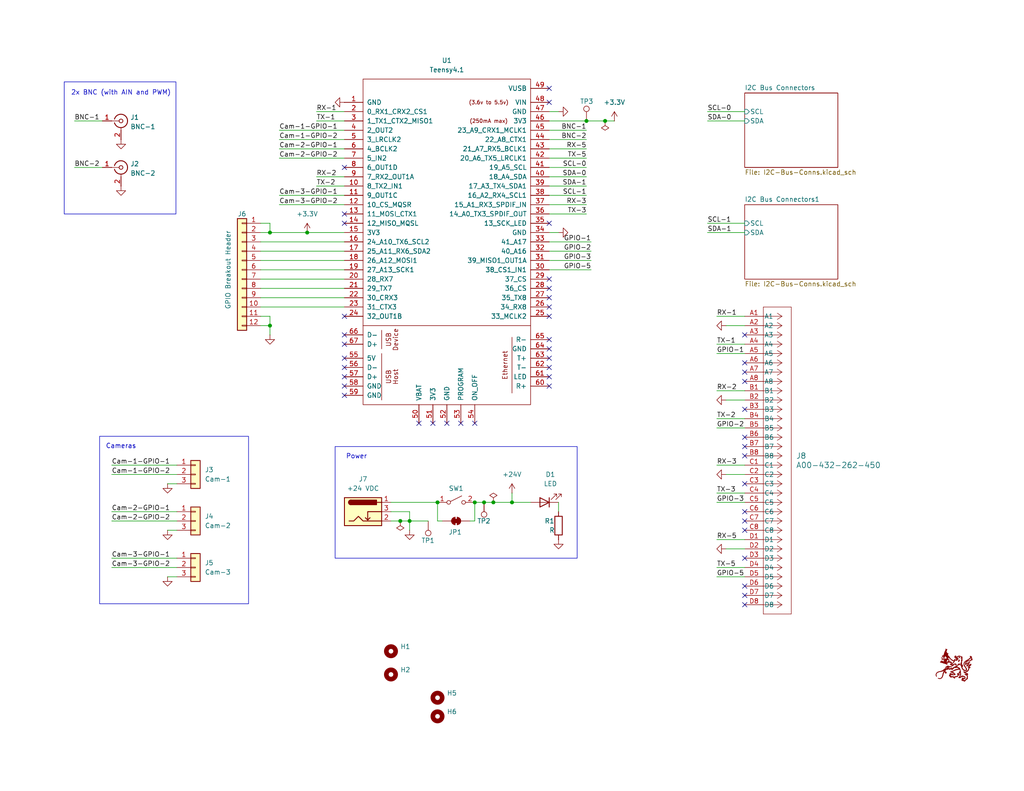
<source format=kicad_sch>
(kicad_sch (version 20250114) (generator "eeschema") (generator_version "9.0")
  (paper "USLetter")
  (title_block (title "Datta Lab Humidity Chamber Controller") (date "2026-01-07") (rev "1.0") (company "HMS Research Instrumentation Core"))
  (lib_symbols
    (symbol "Connector:Barrel_Jack_Switch" (pin_names (hide yes))
      (property "Reference" "J" (at 0 5.334 0))
      (property "Value" "Barrel_Jack_Switch" (at 0 -5.08 0))
      (symbol "Barrel_Jack_Switch_1_1"
        (pin passive line (at 7.62 2.54 180) (length 2.54) (name "~") (number "1"))
        (pin passive line (at 7.62 0 180) (length 2.54) (name "~") (number "3"))
        (pin passive line (at 7.62 -2.54 180) (length 2.54) (name "~") (number "2"))
      )
    )
    (symbol "Connector:Conn_Coaxial" (pin_names (offset 1.016) (hide yes))
      (property "Reference" "J" (at 0.254 3.048 0))
      (property "Value" "Conn_Coaxial" (at 2.921 0 90))
      (symbol "Conn_Coaxial_1_1"
        (pin passive line (at -5.08 0 0) (length 2.54) (name "In") (number "1"))
        (pin passive line (at 0 -5.08 90) (length 2.54) (name "Ext") (number "2"))
      )
    )
    (symbol "Connector:TestPoint" (pin_numbers (hide yes)) (pin_names (offset 0.762) (hide yes))
      (property "Reference" "TP" (at 0 6.858 0))
      (property "Value" "TestPoint" (at 0 5.08 0))
      (symbol "TestPoint_1_1"
        (pin passive line (at 0 0 90) (length 2.54) (name "1") (number "1"))
      )
    )
    (symbol "Connector_Generic:Conn_01x03" (pin_names (offset 1.016) (hide yes))
      (property "Reference" "J" (at 0 5.08 0))
      (property "Value" "Conn_01x03" (at 0 -5.08 0))
      (symbol "Conn_01x03_1_1"
        (pin passive line (at -5.08 2.54 0) (length 3.81) (name "Pin_1") (number "1"))
        (pin passive line (at -5.08 0 0) (length 3.81) (name "Pin_2") (number "2"))
        (pin passive line (at -5.08 -2.54 0) (length 3.81) (name "Pin_3") (number "3"))
      )
    )
    (symbol "Connector_Generic:Conn_01x12" (pin_names (offset 1.016) (hide yes))
      (property "Reference" "J" (at 0 15.24 0))
      (property "Value" "Conn_01x12" (at 0 -17.78 0))
      (symbol "Conn_01x12_1_1"
        (pin passive line (at -5.08 12.7 0) (length 3.81) (name "Pin_1") (number "1"))
        (pin passive line (at -5.08 10.16 0) (length 3.81) (name "Pin_2") (number "2"))
        (pin passive line (at -5.08 7.62 0) (length 3.81) (name "Pin_3") (number "3"))
        (pin passive line (at -5.08 5.08 0) (length 3.81) (name "Pin_4") (number "4"))
        (pin passive line (at -5.08 2.54 0) (length 3.81) (name "Pin_5") (number "5"))
        (pin passive line (at -5.08 0 0) (length 3.81) (name "Pin_6") (number "6"))
        (pin passive line (at -5.08 -2.54 0) (length 3.81) (name "Pin_7") (number "7"))
        (pin passive line (at -5.08 -5.08 0) (length 3.81) (name "Pin_8") (number "8"))
        (pin passive line (at -5.08 -7.62 0) (length 3.81) (name "Pin_9") (number "9"))
        (pin passive line (at -5.08 -10.16 0) (length 3.81) (name "Pin_10") (number "10"))
        (pin passive line (at -5.08 -12.7 0) (length 3.81) (name "Pin_11") (number "11"))
        (pin passive line (at -5.08 -15.24 0) (length 3.81) (name "Pin_12") (number "12"))
      )
    )
    (symbol "Device:LED" (pin_numbers (hide yes)) (pin_names (offset 1.016) (hide yes))
      (property "Reference" "D" (at 0 2.54 0))
      (property "Value" "LED" (at 0 -2.54 0))
      (symbol "LED_1_1"
        (pin passive line (at -3.81 0 0) (length 2.54) (name "K") (number "1"))
        (pin passive line (at 3.81 0 180) (length 2.54) (name "A") (number "2"))
      )
    )
    (symbol "Device:R" (pin_numbers (hide yes)) (pin_names (offset 0))
      (property "Reference" "R" (at 2.032 0 90))
      (property "Value" "R" (at 0 0 90))
      (symbol "R_1_1"
        (pin passive line (at 0 3.81 270) (length 1.27) (name "~") (number "1"))
        (pin passive line (at 0 -3.81 90) (length 1.27) (name "~") (number "2"))
      )
    )
    (symbol "Jumper:SolderJumper_2_Bridged" (pin_numbers (hide yes)) (pin_names (offset 0) (hide yes)) (exclude_from_sim yes) (in_bom no)
      (property "Reference" "JP" (at 0 2.032 0))
      (property "Value" "SolderJumper_2_Bridged" (at 0 -2.54 0))
      (symbol "SolderJumper_2_Bridged_1_1"
        (pin passive line (at -3.81 0 0) (length 2.54) (name "A") (number "1"))
        (pin passive line (at 3.81 0 180) (length 2.54) (name "B") (number "2"))
      )
    )
    (symbol "Mechanical:MountingHole" (pin_names (offset 1.016)) (exclude_from_sim yes) (in_bom no)
      (property "Reference" "H" (at 0 5.08 0))
      (property "Value" "MountingHole" (at 0 3.175 0))
    )
    (symbol "RIC_Logo:RIC_Logo" (pin_names (offset 1.016)))
    (symbol "RJ45_x4:A00-432-262-450" (pin_names (offset 0.254))
      (property "Reference" "J" (at 8.89 6.35 0))
      (property "Value" "A00-432-262-450" (at 0 0 0))
      (symbol "A00-432-262-450_1_1"
        (pin unspecified line (at 0 0 0) (length 5.08) (name "A1") (number "A1"))
        (pin unspecified line (at 0 -2.54 0) (length 5.08) (name "A2") (number "A2"))
        (pin unspecified line (at 0 -5.08 0) (length 5.08) (name "A3") (number "A3"))
        (pin unspecified line (at 0 -7.62 0) (length 5.08) (name "A4") (number "A4"))
        (pin unspecified line (at 0 -10.16 0) (length 5.08) (name "A5") (number "A5"))
        (pin unspecified line (at 0 -12.7 0) (length 5.08) (name "A6") (number "A6"))
        (pin unspecified line (at 0 -15.24 0) (length 5.08) (name "A7") (number "A7"))
        (pin unspecified line (at 0 -17.78 0) (length 5.08) (name "A8") (number "A8"))
        (pin unspecified line (at 0 -20.32 0) (length 5.08) (name "B1") (number "B1"))
        (pin unspecified line (at 0 -22.86 0) (length 5.08) (name "B2") (number "B2"))
        (pin unspecified line (at 0 -25.4 0) (length 5.08) (name "B3") (number "B3"))
        (pin unspecified line (at 0 -27.94 0) (length 5.08) (name "B4") (number "B4"))
        (pin unspecified line (at 0 -30.48 0) (length 5.08) (name "B5") (number "B5"))
        (pin unspecified line (at 0 -33.02 0) (length 5.08) (name "B6") (number "B6"))
        (pin unspecified line (at 0 -35.56 0) (length 5.08) (name "B7") (number "B7"))
        (pin unspecified line (at 0 -38.1 0) (length 5.08) (name "B8") (number "B8"))
        (pin unspecified line (at 0 -40.64 0) (length 5.08) (name "C1") (number "C1"))
        (pin unspecified line (at 0 -43.18 0) (length 5.08) (name "C2") (number "C2"))
        (pin unspecified line (at 0 -45.72 0) (length 5.08) (name "C3") (number "C3"))
        (pin unspecified line (at 0 -48.26 0) (length 5.08) (name "C4") (number "C4"))
        (pin unspecified line (at 0 -50.8 0) (length 5.08) (name "C5") (number "C5"))
        (pin unspecified line (at 0 -53.34 0) (length 5.08) (name "C6") (number "C6"))
        (pin unspecified line (at 0 -55.88 0) (length 5.08) (name "C7") (number "C7"))
        (pin unspecified line (at 0 -58.42 0) (length 5.08) (name "C8") (number "C8"))
        (pin unspecified line (at 0 -60.96 0) (length 5.08) (name "D1") (number "D1"))
        (pin unspecified line (at 0 -63.5 0) (length 5.08) (name "D2") (number "D2"))
        (pin unspecified line (at 0 -66.04 0) (length 5.08) (name "D3") (number "D3"))
        (pin unspecified line (at 0 -68.58 0) (length 5.08) (name "D4") (number "D4"))
        (pin unspecified line (at 0 -71.12 0) (length 5.08) (name "D5") (number "D5"))
        (pin unspecified line (at 0 -73.66 0) (length 5.08) (name "D6") (number "D6"))
        (pin unspecified line (at 0 -76.2 0) (length 5.08) (name "D7") (number "D7"))
        (pin unspecified line (at 0 -78.74 0) (length 5.08) (name "D8") (number "D8"))
      )
      (symbol "A00-432-262-450_1_2"
        (pin unspecified line (at 0 0 0) (length 5.08) (name "A1") (number "A1"))
        (pin unspecified line (at 0 -2.54 0) (length 5.08) (name "A2") (number "A2"))
        (pin unspecified line (at 0 -5.08 0) (length 5.08) (name "A3") (number "A3"))
        (pin unspecified line (at 0 -7.62 0) (length 5.08) (name "A4") (number "A4"))
        (pin unspecified line (at 0 -10.16 0) (length 5.08) (name "A5") (number "A5"))
        (pin unspecified line (at 0 -12.7 0) (length 5.08) (name "A6") (number "A6"))
        (pin unspecified line (at 0 -15.24 0) (length 5.08) (name "A7") (number "A7"))
        (pin unspecified line (at 0 -17.78 0) (length 5.08) (name "A8") (number "A8"))
        (pin unspecified line (at 0 -20.32 0) (length 5.08) (name "B1") (number "B1"))
        (pin unspecified line (at 0 -22.86 0) (length 5.08) (name "B2") (number "B2"))
        (pin unspecified line (at 0 -25.4 0) (length 5.08) (name "B3") (number "B3"))
        (pin unspecified line (at 0 -27.94 0) (length 5.08) (name "B4") (number "B4"))
        (pin unspecified line (at 0 -30.48 0) (length 5.08) (name "B5") (number "B5"))
        (pin unspecified line (at 0 -33.02 0) (length 5.08) (name "B6") (number "B6"))
        (pin unspecified line (at 0 -35.56 0) (length 5.08) (name "B7") (number "B7"))
        (pin unspecified line (at 0 -38.1 0) (length 5.08) (name "B8") (number "B8"))
        (pin unspecified line (at 0 -40.64 0) (length 5.08) (name "C1") (number "C1"))
        (pin unspecified line (at 0 -43.18 0) (length 5.08) (name "C2") (number "C2"))
        (pin unspecified line (at 0 -45.72 0) (length 5.08) (name "C3") (number "C3"))
        (pin unspecified line (at 0 -48.26 0) (length 5.08) (name "C4") (number "C4"))
        (pin unspecified line (at 0 -50.8 0) (length 5.08) (name "C5") (number "C5"))
        (pin unspecified line (at 0 -53.34 0) (length 5.08) (name "C6") (number "C6"))
        (pin unspecified line (at 0 -55.88 0) (length 5.08) (name "C7") (number "C7"))
        (pin unspecified line (at 0 -58.42 0) (length 5.08) (name "C8") (number "C8"))
        (pin unspecified line (at 0 -60.96 0) (length 5.08) (name "D1") (number "D1"))
        (pin unspecified line (at 0 -63.5 0) (length 5.08) (name "D2") (number "D2"))
        (pin unspecified line (at 0 -66.04 0) (length 5.08) (name "D3") (number "D3"))
        (pin unspecified line (at 0 -68.58 0) (length 5.08) (name "D4") (number "D4"))
        (pin unspecified line (at 0 -71.12 0) (length 5.08) (name "D5") (number "D5"))
        (pin unspecified line (at 0 -73.66 0) (length 5.08) (name "D6") (number "D6"))
        (pin unspecified line (at 0 -76.2 0) (length 5.08) (name "D7") (number "D7"))
        (pin unspecified line (at 0 -78.74 0) (length 5.08) (name "D8") (number "D8"))
      )
    )
    (symbol "Switch:SW_SPST" (pin_names (offset 0) (hide yes))
      (property "Reference" "SW" (at 0 3.175 0))
      (property "Value" "SW_SPST" (at 0 -2.54 0))
      (symbol "SW_SPST_1_1"
        (pin passive line (at -5.08 0 0) (length 2.54) (name "A") (number "1"))
        (pin passive line (at 5.08 0 180) (length 2.54) (name "B") (number "2"))
      )
    )
    (symbol "power:+24V" (power) (pin_numbers (hide yes)) (pin_names (offset 0) (hide yes))
      (property "Value" "+24V" (at 0 3.556 0))
      (symbol "+24V_1_1"
        (pin power_in line (at 0 0 90) (length 0) (name "~") (number "1"))
      )
    )
    (symbol "power:+3.3V" (power) (pin_numbers (hide yes)) (pin_names (offset 0) (hide yes))
      (property "Value" "+3.3V" (at 0 3.556 0))
      (symbol "+3.3V_1_1"
        (pin power_in line (at 0 0 90) (length 0) (name "~") (number "1"))
      )
    )
    (symbol "power:GND" (power) (pin_numbers (hide yes)) (pin_names (offset 0) (hide yes))
      (property "Value" "GND" (at 0 -3.81 0))
      (symbol "GND_1_1"
        (pin power_in line (at 0 0 270) (length 0) (name "~") (number "1"))
      )
    )
    (symbol "power:PWR_FLAG" (power) (pin_numbers (hide yes)) (pin_names (offset 0) (hide yes))
      (property "Value" "PWR_FLAG" (at 0 3.81 0))
      (symbol "PWR_FLAG_0_0"
        (pin power_out line (at 0 0 90) (length 0) (name "~") (number "1"))
      )
    )
    (symbol "teensy:Teensy4.1" (pin_names (offset 1.016))
      (property "Reference" "U" (at 0 64.77 0))
      (property "Value" "Teensy4.1" (at 0 62.23 0))
      (symbol "Teensy4.1_0_0"
        (text "USB" (at -15.875 -10.16 900) (effects (font (size 1.27 1.27))))
        (text "USB" (at -15.875 -20.32 900) (effects (font (size 1.27 1.27))))
        (text "Device" (at -13.97 -10.16 900) (effects (font (size 1.27 1.27))))
        (text "Host" (at -13.97 -20.32 900) (effects (font (size 1.27 1.27))))
        (text "(3.6v to 5.5v)" (at 11.43 54.61 0) (effects (font (size 1.016 1.016))))
        (text "(250mA max)" (at 11.43 49.53 0) (effects (font (size 1.016 1.016))))
        (text "Ethernet" (at 15.875 -17.145 900) (effects (font (size 1.27 1.27))))
        (pin bidirectional line (at -27.94 44.45 0) (length 5.08) (name "3_LRCLK2") (number "5"))
        (pin bidirectional line (at -27.94 41.91 0) (length 5.08) (name "4_BCLK2") (number "6"))
        (pin bidirectional line (at -27.94 39.37 0) (length 5.08) (name "5_IN2") (number "7"))
        (pin bidirectional line (at -27.94 36.83 0) (length 5.08) (name "6_OUT1D") (number "8"))
        (pin bidirectional line (at -27.94 34.29 0) (length 5.08) (name "7_RX2_OUT1A") (number "9"))
        (pin bidirectional line (at -27.94 31.75 0) (length 5.08) (name "8_TX2_IN1") (number "10"))
        (pin bidirectional line (at -27.94 29.21 0) (length 5.08) (name "9_OUT1C") (number "11"))
        (pin bidirectional line (at -27.94 26.67 0) (length 5.08) (name "10_CS_MQSR") (number "12"))
        (pin bidirectional line (at -27.94 24.13 0) (length 5.08) (name "11_MOSI_CTX1") (number "13"))
        (pin bidirectional line (at -27.94 21.59 0) (length 5.08) (name "12_MISO_MQSL") (number "14"))
        (pin power_in line (at -27.94 19.05 0) (length 5.08) (name "3V3") (number "15"))
        (pin bidirectional line (at -27.94 16.51 0) (length 5.08) (name "24_A10_TX6_SCL2") (number "16"))
        (pin bidirectional line (at -27.94 13.97 0) (length 5.08) (name "25_A11_RX6_SDA2") (number "17"))
        (pin bidirectional line (at -27.94 11.43 0) (length 5.08) (name "26_A12_MOSI1") (number "18"))
        (pin bidirectional line (at -27.94 8.89 0) (length 5.08) (name "27_A13_SCK1") (number "19"))
        (pin bidirectional line (at -27.94 6.35 0) (length 5.08) (name "28_RX7") (number "20"))
        (pin bidirectional line (at -27.94 3.81 0) (length 5.08) (name "29_TX7") (number "21"))
        (pin bidirectional line (at -27.94 1.27 0) (length 5.08) (name "30_CRX3") (number "22"))
        (pin bidirectional line (at -27.94 -1.27 0) (length 5.08) (name "31_CTX3") (number "23"))
        (pin bidirectional line (at -27.94 -3.81 0) (length 5.08) (name "32_OUT1B") (number "24"))
        (pin bidirectional line (at -27.94 -8.89 0) (length 5.08) (name "D-") (number "66"))
        (pin bidirectional line (at -27.94 -11.43 0) (length 5.08) (name "D+") (number "67"))
        (pin power_out line (at -27.94 -15.24 0) (length 5.08) (name "5V") (number "55"))
        (pin bidirectional line (at -27.94 -17.78 0) (length 5.08) (name "D-") (number "56"))
        (pin bidirectional line (at -27.94 -20.32 0) (length 5.08) (name "D+") (number "57"))
        (pin power_in line (at -27.94 -22.86 0) (length 5.08) (name "GND") (number "58"))
        (pin power_in line (at -27.94 -25.4 0) (length 5.08) (name "GND") (number "59"))
        (pin power_in line (at -7.62 -33.02 90) (length 5.08) (name "VBAT") (number "50"))
        (pin power_in line (at -3.81 -33.02 90) (length 5.08) (name "3V3") (number "51"))
        (pin input line (at 0 -33.02 90) (length 5.08) (name "GND") (number "52"))
        (pin input line (at 3.81 -33.02 90) (length 5.08) (name "PROGRAM") (number "53"))
        (pin input line (at 7.62 -33.02 90) (length 5.08) (name "ON_OFF") (number "54"))
        (pin power_out line (at 27.94 58.42 180) (length 5.08) (name "VUSB") (number "49"))
        (pin power_in line (at 27.94 54.61 180) (length 5.08) (name "VIN") (number "48"))
        (pin output line (at 27.94 52.07 180) (length 5.08) (name "GND") (number "47"))
        (pin output line (at 27.94 49.53 180) (length 5.08) (name "3V3") (number "46"))
        (pin bidirectional line (at 27.94 46.99 180) (length 5.08) (name "23_A9_CRX1_MCLK1") (number "45"))
        (pin bidirectional line (at 27.94 44.45 180) (length 5.08) (name "22_A8_CTX1") (number "44"))
        (pin bidirectional line (at 27.94 41.91 180) (length 5.08) (name "21_A7_RX5_BCLK1") (number "43"))
        (pin bidirectional line (at 27.94 39.37 180) (length 5.08) (name "20_A6_TX5_LRCLK1") (number "42"))
        (pin bidirectional line (at 27.94 36.83 180) (length 5.08) (name "19_A5_SCL") (number "41"))
        (pin bidirectional line (at 27.94 34.29 180) (length 5.08) (name "18_A4_SDA") (number "40"))
        (pin bidirectional line (at 27.94 31.75 180) (length 5.08) (name "17_A3_TX4_SDA1") (number "39"))
        (pin bidirectional line (at 27.94 29.21 180) (length 5.08) (name "16_A2_RX4_SCL1") (number "38"))
        (pin bidirectional line (at 27.94 26.67 180) (length 5.08) (name "15_A1_RX3_SPDIF_IN") (number "37"))
        (pin bidirectional line (at 27.94 24.13 180) (length 5.08) (name "14_A0_TX3_SPDIF_OUT") (number "36"))
        (pin bidirectional line (at 27.94 21.59 180) (length 5.08) (name "13_SCK_LED") (number "35"))
        (pin bidirectional line (at 27.94 16.51 180) (length 5.08) (name "41_A17") (number "33"))
        (pin bidirectional line (at 27.94 13.97 180) (length 5.08) (name "40_A16") (number "32"))
        (pin bidirectional line (at 27.94 11.43 180) (length 5.08) (name "39_MISO1_OUT1A") (number "31"))
        (pin bidirectional line (at 27.94 8.89 180) (length 5.08) (name "38_CS1_IN1") (number "30"))
        (pin bidirectional line (at 27.94 6.35 180) (length 5.08) (name "37_CS") (number "29"))
        (pin bidirectional line (at 27.94 3.81 180) (length 5.08) (name "36_CS") (number "28"))
        (pin bidirectional line (at 27.94 1.27 180) (length 5.08) (name "35_TX8") (number "27"))
        (pin bidirectional line (at 27.94 -1.27 180) (length 5.08) (name "34_RX8") (number "26"))
        (pin bidirectional line (at 27.94 -3.81 180) (length 5.08) (name "33_MCLK2") (number "25"))
        (pin bidirectional line (at 27.94 -10.16 180) (length 5.08) (name "R-") (number "65"))
        (pin power_in line (at 27.94 -12.7 180) (length 5.08) (name "GND") (number "64"))
        (pin bidirectional line (at 27.94 -15.24 180) (length 5.08) (name "T+") (number "63"))
        (pin bidirectional line (at 27.94 -17.78 180) (length 5.08) (name "T-") (number "62"))
        (pin bidirectional line (at 27.94 -20.32 180) (length 5.08) (name "LED") (number "61"))
        (pin bidirectional line (at 27.94 -22.86 180) (length 5.08) (name "R+") (number "60"))
      )
      (symbol "Teensy4.1_1_1"
        (pin power_in line (at -27.94 54.61 0) (length 5.08) (name "GND") (number "1"))
        (pin bidirectional line (at -27.94 52.07 0) (length 5.08) (name "0_RX1_CRX2_CS1") (number "2"))
        (pin bidirectional line (at -27.94 49.53 0) (length 5.08) (name "1_TX1_CTX2_MISO1") (number "3"))
        (pin bidirectional line (at -27.94 46.99 0) (length 5.08) (name "2_OUT2") (number "4"))
        (pin power_in line (at 27.94 19.05 180) (length 5.08) (name "GND") (number "34"))
      )
    )
  )
  (rectangle (start 17.526 22.352) (end 48.006 58.42))
  (rectangle (start 27.178 119.126) (end 67.818 164.846))
  (rectangle (start 91.44 121.92) (end 157.48 152.4))
  (text "Power" (at 97.282 124.714 0) (effects (font (size 1.27 1.27))))
  (text "Cameras" (at 33.02 121.92 0) (effects (font (size 1.27 1.27))))
  (text "2x BNC (with AIN and PWM)" (at 33.02 25.4 0) (effects (font (size 1.27 1.27))))
  (junction (at 129.54 137.16))
  (junction (at 134.62 137.16))
  (junction (at 73.66 63.5))
  (junction (at 160.02 33.02))
  (junction (at 165.1 33.02))
  (junction (at 119.38 137.16))
  (junction (at 73.66 88.9))
  (junction (at 111.76 142.24))
  (junction (at 83.82 63.5))
  (junction (at 132.08 137.16))
  (junction (at 109.22 142.24))
  (junction (at 139.7 137.16))
  (no_connect (at 93.98 105.41))
  (no_connect (at 203.2 165.1))
  (no_connect (at 149.86 97.79))
  (no_connect (at 149.86 100.33))
  (no_connect (at 149.86 60.96))
  (no_connect (at 93.98 102.87))
  (no_connect (at 118.11 115.57))
  (no_connect (at 149.86 92.71))
  (no_connect (at 203.2 124.46))
  (no_connect (at 121.92 115.57))
  (no_connect (at 203.2 101.6))
  (no_connect (at 93.98 97.79))
  (no_connect (at 149.86 81.28))
  (no_connect (at 114.3 115.57))
  (no_connect (at 93.98 107.95))
  (no_connect (at 149.86 83.82))
  (no_connect (at 203.2 142.24))
  (no_connect (at 93.98 86.36))
  (no_connect (at 203.2 144.78))
  (no_connect (at 149.86 24.13))
  (no_connect (at 129.54 115.57))
  (no_connect (at 93.98 100.33))
  (no_connect (at 203.2 139.7))
  (no_connect (at 149.86 95.25))
  (no_connect (at 203.2 152.4))
  (no_connect (at 203.2 99.06))
  (no_connect (at 93.98 93.98))
  (no_connect (at 203.2 160.02))
  (no_connect (at 203.2 132.08))
  (no_connect (at 203.2 91.44))
  (no_connect (at 125.73 115.57))
  (no_connect (at 149.86 78.74))
  (no_connect (at 93.98 45.72))
  (no_connect (at 203.2 162.56))
  (no_connect (at 203.2 104.14))
  (no_connect (at 149.86 76.2))
  (no_connect (at 149.86 86.36))
  (no_connect (at 203.2 119.38))
  (no_connect (at 149.86 27.94))
  (no_connect (at 149.86 105.41))
  (no_connect (at 93.98 91.44))
  (no_connect (at 149.86 102.87))
  (no_connect (at 93.98 58.42))
  (no_connect (at 93.98 60.96))
  (no_connect (at 203.2 121.92))
  (no_connect (at 203.2 111.76))
  (wire (pts (xy 139.7 137.16) (xy 139.7 134.62)))
  (wire (pts (xy 195.58 154.94) (xy 203.2 154.94)))
  (wire (pts (xy 106.68 139.7) (xy 111.76 139.7)))
  (wire (pts (xy 71.12 68.58) (xy 93.98 68.58)))
  (wire (pts (xy 149.86 66.04) (xy 161.29 66.04)))
  (wire (pts (xy 160.02 43.18) (xy 149.86 43.18)))
  (wire (pts (xy 20.32 45.72) (xy 27.94 45.72)))
  (wire (pts (xy 73.66 86.36) (xy 73.66 88.9)))
  (wire (pts (xy 195.58 96.52) (xy 203.2 96.52)))
  (wire (pts (xy 76.2 53.34) (xy 93.98 53.34)))
  (wire (pts (xy 149.86 73.66) (xy 161.29 73.66)))
  (wire (pts (xy 86.36 50.8) (xy 93.98 50.8)))
  (wire (pts (xy 71.12 83.82) (xy 93.98 83.82)))
  (wire (pts (xy 30.48 142.24) (xy 48.26 142.24)))
  (wire (pts (xy 71.12 73.66) (xy 93.98 73.66)))
  (wire (pts (xy 30.48 129.54) (xy 48.26 129.54)))
  (wire (pts (xy 109.22 142.24) (xy 111.76 142.24)))
  (wire (pts (xy 198.12 88.9) (xy 203.2 88.9)))
  (wire (pts (xy 149.86 33.02) (xy 160.02 33.02)))
  (wire (pts (xy 149.86 55.88) (xy 160.02 55.88)))
  (wire (pts (xy 160.02 48.26) (xy 149.86 48.26)))
  (wire (pts (xy 71.12 88.9) (xy 73.66 88.9)))
  (wire (pts (xy 149.86 40.64) (xy 160.02 40.64)))
  (wire (pts (xy 111.76 139.7) (xy 111.76 142.24)))
  (wire (pts (xy 139.7 137.16) (xy 144.78 137.16)))
  (wire (pts (xy 71.12 71.12) (xy 93.98 71.12)))
  (wire (pts (xy 160.02 33.02) (xy 165.1 33.02)))
  (wire (pts (xy 76.2 43.18) (xy 93.98 43.18)))
  (wire (pts (xy 129.54 137.16) (xy 132.08 137.16)))
  (wire (pts (xy 71.12 86.36) (xy 73.66 86.36)))
  (wire (pts (xy 73.66 63.5) (xy 73.66 60.96)))
  (wire (pts (xy 195.58 116.84) (xy 203.2 116.84)))
  (wire (pts (xy 149.86 38.1) (xy 160.02 38.1)))
  (wire (pts (xy 195.58 137.16) (xy 203.2 137.16)))
  (wire (pts (xy 71.12 76.2) (xy 93.98 76.2)))
  (wire (pts (xy 128.27 142.24) (xy 129.54 142.24)))
  (wire (pts (xy 195.58 147.32) (xy 203.2 147.32)))
  (wire (pts (xy 198.12 149.86) (xy 203.2 149.86)))
  (wire (pts (xy 160.02 45.72) (xy 149.86 45.72)))
  (wire (pts (xy 195.58 93.98) (xy 203.2 93.98)))
  (wire (pts (xy 76.2 40.64) (xy 93.98 40.64)))
  (wire (pts (xy 149.86 35.56) (xy 160.02 35.56)))
  (wire (pts (xy 198.12 129.54) (xy 203.2 129.54)))
  (wire (pts (xy 119.38 137.16) (xy 119.38 142.24)))
  (wire (pts (xy 152.4 137.16) (xy 152.4 139.7)))
  (wire (pts (xy 106.68 137.16) (xy 119.38 137.16)))
  (wire (pts (xy 71.12 66.04) (xy 93.98 66.04)))
  (wire (pts (xy 134.62 137.16) (xy 139.7 137.16)))
  (wire (pts (xy 193.04 60.96) (xy 203.2 60.96)))
  (wire (pts (xy 73.66 63.5) (xy 83.82 63.5)))
  (wire (pts (xy 73.66 91.44) (xy 73.66 88.9)))
  (wire (pts (xy 195.58 86.36) (xy 203.2 86.36)))
  (wire (pts (xy 119.38 142.24) (xy 120.65 142.24)))
  (wire (pts (xy 149.86 63.5) (xy 152.4 63.5)))
  (wire (pts (xy 111.76 142.24) (xy 116.84 142.24)))
  (wire (pts (xy 45.72 132.08) (xy 48.26 132.08)))
  (wire (pts (xy 86.36 30.48) (xy 93.98 30.48)))
  (wire (pts (xy 76.2 38.1) (xy 93.98 38.1)))
  (wire (pts (xy 195.58 134.62) (xy 203.2 134.62)))
  (wire (pts (xy 45.72 144.78) (xy 48.26 144.78)))
  (wire (pts (xy 71.12 81.28) (xy 93.98 81.28)))
  (wire (pts (xy 165.1 33.02) (xy 167.64 33.02)))
  (wire (pts (xy 193.04 30.48) (xy 203.2 30.48)))
  (wire (pts (xy 149.86 68.58) (xy 161.29 68.58)))
  (wire (pts (xy 76.2 35.56) (xy 93.98 35.56)))
  (wire (pts (xy 160.02 53.34) (xy 149.86 53.34)))
  (wire (pts (xy 129.54 142.24) (xy 129.54 137.16)))
  (wire (pts (xy 195.58 106.68) (xy 203.2 106.68)))
  (wire (pts (xy 106.68 142.24) (xy 109.22 142.24)))
  (wire (pts (xy 83.82 63.5) (xy 93.98 63.5)))
  (wire (pts (xy 195.58 157.48) (xy 203.2 157.48)))
  (wire (pts (xy 86.36 33.02) (xy 93.98 33.02)))
  (wire (pts (xy 71.12 78.74) (xy 93.98 78.74)))
  (wire (pts (xy 86.36 48.26) (xy 93.98 48.26)))
  (wire (pts (xy 193.04 63.5) (xy 203.2 63.5)))
  (wire (pts (xy 73.66 60.96) (xy 71.12 60.96)))
  (wire (pts (xy 149.86 71.12) (xy 161.29 71.12)))
  (wire (pts (xy 20.32 33.02) (xy 27.94 33.02)))
  (wire (pts (xy 76.2 55.88) (xy 93.98 55.88)))
  (wire (pts (xy 71.12 63.5) (xy 73.66 63.5)))
  (wire (pts (xy 198.12 109.22) (xy 203.2 109.22)))
  (wire (pts (xy 30.48 127) (xy 48.26 127)))
  (wire (pts (xy 30.48 139.7) (xy 48.26 139.7)))
  (wire (pts (xy 195.58 114.3) (xy 203.2 114.3)))
  (wire (pts (xy 132.08 137.16) (xy 134.62 137.16)))
  (wire (pts (xy 30.48 154.94) (xy 48.26 154.94)))
  (wire (pts (xy 111.76 142.24) (xy 111.76 144.78)))
  (wire (pts (xy 193.04 33.02) (xy 203.2 33.02)))
  (wire (pts (xy 195.58 127) (xy 203.2 127)))
  (wire (pts (xy 45.72 157.48) (xy 48.26 157.48)))
  (wire (pts (xy 149.86 58.42) (xy 160.02 58.42)))
  (wire (pts (xy 160.02 50.8) (xy 149.86 50.8)))
  (wire (pts (xy 149.86 30.48) (xy 152.4 30.48)))
  (wire (pts (xy 30.48 152.4) (xy 48.26 152.4)))
  (label "SCL-1" (at 193.04 60.96 0))
  (label "Cam-3-GPIO-2" (at 30.48 154.94 0))
  (label "GPIO-5" (at 161.29 73.66 180))
  (label "SCL-0" (at 193.04 30.48 0))
  (label "Cam-2-GPIO-2" (at 76.2 43.18 0))
  (label "RX-5" (at 160.02 40.64 180))
  (label "RX-3" (at 195.58 127 0))
  (label "GPIO-1" (at 161.29 66.04 180))
  (label "SDA-0" (at 160.02 48.26 180))
  (label "BNC-1" (at 160.02 35.56 180))
  (label "SCL-0" (at 160.02 45.72 180))
  (label "TX-3" (at 195.58 134.62 0))
  (label "TX-5" (at 195.58 154.94 0))
  (label "Cam-3-GPIO-1" (at 76.2 53.34 0))
  (label "TX-1" (at 86.36 33.02 0))
  (label "Cam-1-GPIO-2" (at 76.2 38.1 0))
  (label "RX-1" (at 86.36 30.48 0))
  (label "TX-2" (at 195.58 114.3 0))
  (label "TX-5" (at 160.02 43.18 180))
  (label "Cam-1-GPIO-1" (at 76.2 35.56 0))
  (label "RX-5" (at 195.58 147.32 0))
  (label "GPIO-3" (at 161.29 71.12 180))
  (label "GPIO-3" (at 195.58 137.16 0))
  (label "Cam-1-GPIO-1" (at 30.48 127 0))
  (label "SCL-1" (at 160.02 53.34 180))
  (label "Cam-2-GPIO-2" (at 30.48 142.24 0))
  (label "Cam-2-GPIO-1" (at 30.48 139.7 0))
  (label "Cam-3-GPIO-2" (at 76.2 55.88 0))
  (label "GPIO-2" (at 161.29 68.58 180))
  (label "Cam-2-GPIO-1" (at 76.2 40.64 0))
  (label "RX-2" (at 86.36 48.26 0))
  (label "SDA-1" (at 160.02 50.8 180))
  (label "BNC-2" (at 20.32 45.72 0))
  (label "RX-1" (at 195.58 86.36 0))
  (label "TX-1" (at 195.58 93.98 0))
  (label "GPIO-1" (at 195.58 96.52 0))
  (label "Cam-1-GPIO-2" (at 30.48 129.54 0))
  (label "SDA-1" (at 193.04 63.5 0))
  (label "SDA-0" (at 193.04 33.02 0))
  (label "TX-3" (at 160.02 58.42 180))
  (label "GPIO-5" (at 195.58 157.48 0))
  (label "RX-3" (at 160.02 55.88 180))
  (label "BNC-1" (at 20.32 33.02 0))
  (label "GPIO-2" (at 195.58 116.84 0))
  (label "Cam-3-GPIO-1" (at 30.48 152.4 0))
  (label "TX-2" (at 86.36 50.8 0))
  (label "BNC-2" (at 160.02 38.1 180))
  (label "RX-2" (at 195.58 106.68 0))
  (symbol (lib_id "power:GND") (at 33.02 38.1 0) (unit 1)
    (property "Reference" "#PWR01" (effects (hide yes)))
    (property "Value" "GND" (effects (hide yes)))
    (property "Description" "Power symbol creates a global label with name \"GND\" , ground" (effects (hide yes)))
  )
  (symbol (lib_id "Device:LED") (at 148.59 137.16 180) (unit 1)
    (property "Reference" "D1" (at 150.1775 129.54 0))
    (property "Value" "LED" (at 150.1775 132.08 0))
    (property "Footprint" "LED_THT:LED_D3.0mm" (effects (hide yes)))
    (property "Description" "Light emitting diode" (effects (hide yes)))
    (property "Sim.Pins" "1=K 2=A" (effects (hide yes)))
  )
  (symbol (lib_id "power:GND") (at 111.76 144.78 0) (unit 1)
    (property "Reference" "#PWR010" (effects (hide yes)))
    (property "Value" "GND" (effects (hide yes)))
    (property "Description" "Power symbol creates a global label with name \"GND\" , ground" (effects (hide yes)))
  )
  (symbol (lib_id "Connector:Conn_Coaxial") (at 33.02 33.02 0) (unit 1)
    (property "Reference" "J1" (at 35.56 32.0431 0) (effects (justify left)))
    (property "Value" "BNC-1" (at 35.56 34.5831 0) (effects (justify left)))
    (property "Footprint" "Connector_Coaxial:BNC_Amphenol_B6252HB-NPP3G-50_Horizontal" (effects (hide yes)))
    (property "Description" "coaxial connector (BNC, SMA, SMB, SMC, Cinch/RCA, LEMO, ...)" (effects (hide yes)))
  )
  (symbol (lib_id "teensy:Teensy4.1") (at 121.92 82.55 0) (unit 1)
    (property "Reference" "U1" (at 121.92 16.51 0))
    (property "Value" "Teensy4.1" (at 121.92 19.05 0))
    (property "Footprint" "teensy:Teensy41_noInternalPins" (effects (hide yes)))
  )
  (symbol (lib_id "Switch:SW_SPST") (at 124.46 137.16 0) (unit 1)
    (property "Reference" "SW1" (at 124.46 133.35 0))
    (property "Value" "500SSP1S1M6QEA" (effects (hide yes)))
    (property "Footprint" "OnOff_Switch:SW_500SSP1S1M6QEA" (effects (hide yes)))
    (property "Description" "E-Switch 500SSP1S1M6QEA (EG2478-ND)" (effects (hide yes)))
  )
  (symbol (lib_id "Connector:Barrel_Jack_Switch") (at 99.06 139.7 0) (unit 1)
    (property "Reference" "J7" (at 99.06 130.81 0))
    (property "Value" "+24 VDC" (at 99.06 133.35 0))
    (property "Footprint" "Connector_BarrelJack:BarrelJack_CUI_PJ-102AH_Horizontal" (effects (hide yes)))
    (property "Description" "DC Barrel Jack with an internal switch" (effects (hide yes)))
  )
  (symbol (lib_id "Connector:TestPoint") (at 132.08 137.16 180) (unit 1)
    (property "Reference" "TP2" (at 133.858 142.24 0) (effects (justify left)))
    (property "Value" "24V" (effects (hide yes)))
    (property "Footprint" "TestPoint:TestPoint_Loop_D1.80mm_Drill1.0mm_Beaded" (effects (hide yes)))
    (property "Description" "test point" (effects (hide yes)))
  )
  (symbol (lib_id "power:+3.3V") (at 167.64 33.02 0) (unit 1)
    (property "Reference" "#PWR015" (effects (hide yes)))
    (property "Value" "+3.3V" (at 167.64 27.94 0))
    (property "Description" "Power symbol creates a global label with name \"+3.3V\"" (effects (hide yes)))
  )
  (symbol (lib_id "Connector:Conn_Coaxial") (at 33.02 45.72 0) (unit 1)
    (property "Reference" "J2" (at 35.56 44.7431 0) (effects (justify left)))
    (property "Value" "BNC-2" (at 35.56 47.2831 0) (effects (justify left)))
    (property "Footprint" "Connector_Coaxial:BNC_Amphenol_B6252HB-NPP3G-50_Horizontal" (effects (hide yes)))
    (property "Description" "coaxial connector (BNC, SMA, SMB, SMC, Cinch/RCA, LEMO, ...)" (effects (hide yes)))
  )
  (symbol (lib_id "Mechanical:MountingHole") (at 106.68 184.15 0) (unit 1) (exclude_from_sim yes) (in_bom no)
    (property "Reference" "H2" (at 109.22 182.8799 0) (effects (justify left)))
    (property "Value" "MountingHole" (effects (hide yes)))
    (property "Footprint" "MountingHole:MountingHole_3.2mm_M3" (effects (hide yes)))
    (property "Description" "Mounting Hole without connection" (effects (hide yes)))
  )
  (symbol (lib_id "RIC_Logo:RIC_Logo") (at 260.35 181.61 0) (unit 1)
    (property "Reference" "G1" (effects (hide yes)))
    (property "Value" "RIC_Logo" (effects (hide yes)))
    (property "Footprint" "RIC Logo Footprints:RIC_Logo_15mm" (effects (hide yes)))
  )
  (symbol (lib_id "power:+24V") (at 139.7 134.62 0) (unit 1)
    (property "Reference" "#PWR011" (effects (hide yes)))
    (property "Value" "+24V" (at 139.7 129.54 0))
    (property "Description" "Power symbol creates a global label with name \"+24V\"" (effects (hide yes)))
  )
  (symbol (lib_id "Connector_Generic:Conn_01x03") (at 53.34 154.94 0) (unit 1)
    (property "Reference" "J5" (at 55.88 153.6699 0) (effects (justify left)))
    (property "Value" "Cam-3" (at 55.88 156.2099 0) (effects (justify left)))
    (property "Footprint" "Connector_PinSocket_2.54mm:PinSocket_1x03_P2.54mm_Vertical" (effects (hide yes)))
    (property "Description" "Generic connector, single row, 01x03, script generated (kicad-library-utils/schlib/autogen/connector/)" (effects (hide yes)))
  )
  (symbol (lib_id "power:PWR_FLAG") (at 165.1 33.02 180) (unit 1)
    (property "Reference" "#FLG03" (effects (hide yes)))
    (property "Value" "PWR_FLAG" (effects (hide yes)))
    (property "Description" "Special symbol for telling ERC where power comes from" (effects (hide yes)))
  )
  (symbol (lib_id "Device:R") (at 152.4 143.51 0) (unit 1)
    (property "Reference" "R1" (at 148.59 142.24 0) (effects (justify left)))
    (property "Value" "R" (at 149.86 144.78 0) (effects (justify left)))
    (property "Footprint" "Resistor_THT:R_Axial_DIN0207_L6.3mm_D2.5mm_P10.16mm_Horizontal" (effects (hide yes)))
    (property "Description" "Resistor" (effects (hide yes)))
  )
  (symbol (lib_id "power:PWR_FLAG") (at 134.62 137.16 0) (unit 1)
    (property "Reference" "#FLG02" (effects (hide yes)))
    (property "Value" "PWR_FLAG" (effects (hide yes)))
    (property "Description" "Special symbol for telling ERC where power comes from" (effects (hide yes)))
  )
  (symbol (lib_id "Connector_Generic:Conn_01x12") (at 66.04 73.66 0) (mirror y) (unit 1)
    (property "Reference" "J6" (at 66.04 58.42 0))
    (property "Value" "GPIO Breakout Header" (at 62.23 73.66 90))
    (property "Footprint" "Connector_PinHeader_2.54mm:PinHeader_1x12_P2.54mm_Vertical" (effects (hide yes)))
    (property "Description" "Generic connector, single row, 01x12, script generated (kicad-library-utils/schlib/autogen/connector/)" (effects (hide yes)))
  )
  (symbol (lib_id "Jumper:SolderJumper_2_Bridged") (at 124.46 142.24 0) (unit 1) (exclude_from_sim yes) (in_bom no)
    (property "Reference" "JP1" (at 124.206 145.288 0))
    (property "Value" "SolderJumper_2_Open" (effects (hide yes)))
    (property "Footprint" "Jumper:SolderJumper-2_P1.3mm_Bridged_RoundedPad1.0x1.5mm" (effects (hide yes)))
    (property "Description" "Solder Jumper, 2-pole, closed/bridged" (effects (hide yes)))
  )
  (symbol (lib_id "Mechanical:MountingHole") (at 119.38 195.58 0) (unit 1) (exclude_from_sim yes) (in_bom no)
    (property "Reference" "H6" (at 121.92 194.3099 0) (effects (justify left)))
    (property "Value" "MountingHole" (effects (hide yes)))
    (property "Footprint" "MountingHole:MountingHole_3.2mm_M3" (effects (hide yes)))
    (property "Description" "Mounting Hole without connection" (effects (hide yes)))
  )
  (symbol (lib_id "power:GND") (at 198.12 129.54 270) (unit 1)
    (property "Reference" "#PWR018" (effects (hide yes)))
    (property "Value" "GND" (effects (hide yes)))
    (property "Description" "Power symbol creates a global label with name \"GND\" , ground" (effects (hide yes)))
  )
  (symbol (lib_id "power:GND") (at 198.12 109.22 270) (unit 1)
    (property "Reference" "#PWR017" (effects (hide yes)))
    (property "Value" "GND" (effects (hide yes)))
    (property "Description" "Power symbol creates a global label with name \"GND\" , ground" (effects (hide yes)))
  )
  (symbol (lib_id "power:GND") (at 198.12 149.86 270) (unit 1)
    (property "Reference" "#PWR019" (effects (hide yes)))
    (property "Value" "GND" (effects (hide yes)))
    (property "Description" "Power symbol creates a global label with name \"GND\" , ground" (effects (hide yes)))
  )
  (symbol (lib_id "power:GND") (at 45.72 157.48 0) (unit 1)
    (property "Reference" "#PWR05" (effects (hide yes)))
    (property "Value" "GND" (effects (hide yes)))
    (property "Description" "Power symbol creates a global label with name \"GND\" , ground" (effects (hide yes)))
  )
  (symbol (lib_id "power:GND") (at 198.12 88.9 270) (unit 1)
    (property "Reference" "#PWR016" (effects (hide yes)))
    (property "Value" "GND" (effects (hide yes)))
    (property "Description" "Power symbol creates a global label with name \"GND\" , ground" (effects (hide yes)))
  )
  (symbol (lib_id "Mechanical:MountingHole") (at 119.38 190.5 0) (unit 1) (exclude_from_sim yes) (in_bom no)
    (property "Reference" "H5" (at 121.92 189.2299 0) (effects (justify left)))
    (property "Value" "MountingHole" (effects (hide yes)))
    (property "Footprint" "MountingHole:MountingHole_3.2mm_M3" (effects (hide yes)))
    (property "Description" "Mounting Hole without connection" (effects (hide yes)))
  )
  (symbol (lib_id "power:GND") (at 93.98 27.94 270) (unit 1)
    (property "Reference" "#PWR09" (effects (hide yes)))
    (property "Value" "GND" (effects (hide yes)))
    (property "Description" "Power symbol creates a global label with name \"GND\" , ground" (effects (hide yes)))
  )
  (symbol (lib_id "RJ45_x4:A00-432-262-450") (at 203.2 86.36 0) (unit 1)
    (property "Reference" "J8" (at 217.17 124.4599 0) (effects (font (size 1.524 1.524)) (justify left)))
    (property "Value" "A00-432-262-450" (at 217.17 126.9999 0) (effects (font (size 1.524 1.524)) (justify left)))
    (property "Footprint" "RJ45_x4:CONN_A00-432-262-450_EDA" (effects (hide yes)))
    (property "Datasheet" "A00-432-262-450" (effects (hide yes)))
  )
  (symbol (lib_id "power:PWR_FLAG") (at 109.22 142.24 180) (unit 1)
    (property "Reference" "#FLG01" (effects (hide yes)))
    (property "Value" "PWR_FLAG" (effects (hide yes)))
    (property "Description" "Special symbol for telling ERC where power comes from" (effects (hide yes)))
  )
  (symbol (lib_id "power:GND") (at 152.4 63.5 90) (unit 1)
    (property "Reference" "#PWR013" (effects (hide yes)))
    (property "Value" "GND" (effects (hide yes)))
    (property "Description" "Power symbol creates a global label with name \"GND\" , ground" (effects (hide yes)))
  )
  (symbol (lib_id "power:GND") (at 152.4 147.32 0) (unit 1)
    (property "Reference" "#PWR014" (effects (hide yes)))
    (property "Value" "GND" (effects (hide yes)))
    (property "Description" "Power symbol creates a global label with name \"GND\" , ground" (effects (hide yes)))
  )
  (symbol (lib_id "Connector_Generic:Conn_01x03") (at 53.34 142.24 0) (unit 1)
    (property "Reference" "J4" (at 55.88 140.9699 0) (effects (justify left)))
    (property "Value" "Cam-2" (at 55.88 143.5099 0) (effects (justify left)))
    (property "Footprint" "Connector_PinSocket_2.54mm:PinSocket_1x03_P2.54mm_Vertical" (effects (hide yes)))
    (property "Description" "Generic connector, single row, 01x03, script generated (kicad-library-utils/schlib/autogen/connector/)" (effects (hide yes)))
  )
  (symbol (lib_id "Mechanical:MountingHole") (at 106.68 177.8 0) (unit 1) (exclude_from_sim yes) (in_bom no)
    (property "Reference" "H1" (at 109.22 176.5299 0) (effects (justify left)))
    (property "Value" "MountingHole" (effects (hide yes)))
    (property "Footprint" "MountingHole:MountingHole_3.2mm_M3" (effects (hide yes)))
    (property "Description" "Mounting Hole without connection" (effects (hide yes)))
  )
  (symbol (lib_id "power:GND") (at 45.72 132.08 0) (unit 1)
    (property "Reference" "#PWR03" (effects (hide yes)))
    (property "Value" "GND" (effects (hide yes)))
    (property "Description" "Power symbol creates a global label with name \"GND\" , ground" (effects (hide yes)))
  )
  (symbol (lib_id "Connector_Generic:Conn_01x03") (at 53.34 129.54 0) (unit 1)
    (property "Reference" "J3" (at 55.88 128.2699 0) (effects (justify left)))
    (property "Value" "Cam-1" (at 55.88 130.8099 0) (effects (justify left)))
    (property "Footprint" "Connector_PinSocket_2.54mm:PinSocket_1x03_P2.54mm_Vertical" (effects (hide yes)))
    (property "Description" "Generic connector, single row, 01x03, script generated (kicad-library-utils/schlib/autogen/connector/)" (effects (hide yes)))
  )
  (symbol (lib_id "power:GND") (at 73.66 91.44 0) (unit 1)
    (property "Reference" "#PWR06" (effects (hide yes)))
    (property "Value" "GND" (effects (hide yes)))
    (property "Description" "Power symbol creates a global label with name \"GND\" , ground" (effects (hide yes)))
  )
  (symbol (lib_id "Connector:TestPoint") (at 160.02 33.02 0) (unit 1)
    (property "Reference" "TP3" (at 158.242 27.686 0) (effects (justify left)))
    (property "Value" "3V3" (effects (hide yes)))
    (property "Footprint" "TestPoint:TestPoint_Loop_D1.80mm_Drill1.0mm_Beaded" (effects (hide yes)))
    (property "Description" "test point" (effects (hide yes)))
  )
  (symbol (lib_id "Connector:TestPoint") (at 116.84 142.24 180) (unit 1)
    (property "Reference" "TP1" (at 118.618 147.574 0) (effects (justify left)))
    (property "Value" "Gnd" (effects (hide yes)))
    (property "Footprint" "TestPoint:TestPoint_Loop_D1.80mm_Drill1.0mm_Beaded" (effects (hide yes)))
    (property "Description" "test point" (effects (hide yes)))
  )
  (symbol (lib_id "power:GND") (at 45.72 144.78 0) (unit 1)
    (property "Reference" "#PWR04" (effects (hide yes)))
    (property "Value" "GND" (effects (hide yes)))
    (property "Description" "Power symbol creates a global label with name \"GND\" , ground" (effects (hide yes)))
  )
  (symbol (lib_id "power:+3.3V") (at 83.82 63.5 0) (mirror y) (unit 1)
    (property "Reference" "#PWR08" (effects (hide yes)))
    (property "Value" "+3.3V" (at 83.82 58.42 0))
    (property "Description" "Power symbol creates a global label with name \"+3.3V\"" (effects (hide yes)))
  )
  (symbol (lib_id "power:GND") (at 152.4 30.48 90) (unit 1)
    (property "Reference" "#PWR012" (effects (hide yes)))
    (property "Value" "GND" (effects (hide yes)))
    (property "Description" "Power symbol creates a global label with name \"GND\" , ground" (effects (hide yes)))
  )
  (symbol (lib_id "power:GND") (at 33.02 50.8 0) (unit 1)
    (property "Reference" "#PWR02" (effects (hide yes)))
    (property "Value" "GND" (effects (hide yes)))
    (property "Description" "Power symbol creates a global label with name \"GND\" , ground" (effects (hide yes)))
  )
  (sheet (at 203.2 25.4) (size 25.4 20.32) (stroke (width 0.1524))
    (property "Sheetname" "I2C Bus Connectors" (at 203.2 24.6884 0) (effects (justify left bottom)))
    (property "Sheetfile" "I2C-Bus-Conns.kicad_sch" (at 203.2 46.3046 0) (effects (justify left top)))
    (pin "SCL" input (at 203.2 30.48 180))
    (pin "SDA" input (at 203.2 33.02 180))
  )
  (sheet (at 203.2 55.88) (size 25.4 20.32) (stroke (width 0.1524))
    (property "Sheetname" "I2C Bus Connectors1" (at 203.2 55.1684 0) (effects (justify left bottom)))
    (property "Sheetfile" "I2C-Bus-Conns.kicad_sch" (at 203.2 76.7846 0) (effects (justify left top)))
    (pin "SCL" input (at 203.2 60.96 180))
    (pin "SDA" input (at 203.2 63.5 180))
  )
)
</source>
